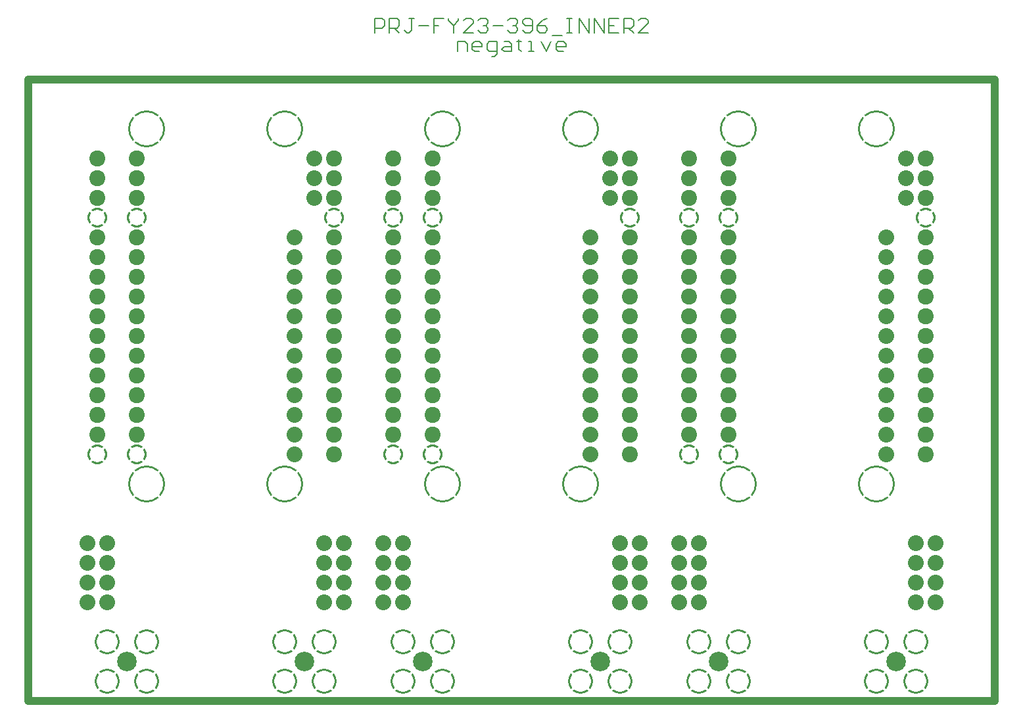
<source format=gbr>
%TF.GenerationSoftware,Altium Limited,Altium Designer,23.11.1 (41)*%
G04 Layer_Physical_Order=3*
G04 Layer_Color=128*
%FSLAX45Y45*%
%MOMM*%
%TF.SameCoordinates,5324538C-4B84-4F37-AFBE-1FD82F1EBFC5*%
%TF.FilePolarity,Negative*%
%TF.FileFunction,Copper,L3,Inr,Plane*%
%TF.Part,Single*%
G01*
G75*
%TA.AperFunction,NonConductor*%
%ADD13C,0.20320*%
%ADD20C,1.01600*%
%TA.AperFunction,ComponentPad*%
%ADD21C,2.03600*%
G04:AMPARAMS|DCode=22|XSize=4.775mm|YSize=4.775mm|CornerRadius=0mm|HoleSize=0mm|Usage=FLASHONLY|Rotation=0.000|XOffset=0mm|YOffset=0mm|HoleType=Round|Shape=Relief|Width=0.254mm|Gap=0.254mm|Entries=4|*
%AMTHD22*
7,0,0,4.77500,4.26700,0.25400,45*
%
%ADD22THD22*%
%ADD23C,2.05600*%
G04:AMPARAMS|DCode=24|XSize=2.564mm|YSize=2.564mm|CornerRadius=0mm|HoleSize=0mm|Usage=FLASHONLY|Rotation=0.000|XOffset=0mm|YOffset=0mm|HoleType=Round|Shape=Relief|Width=0.254mm|Gap=0.254mm|Entries=4|*
%AMTHD24*
7,0,0,2.56400,2.05600,0.25400,45*
%
%ADD24THD24*%
G04:AMPARAMS|DCode=25|XSize=3.224mm|YSize=3.224mm|CornerRadius=0mm|HoleSize=0mm|Usage=FLASHONLY|Rotation=0.000|XOffset=0mm|YOffset=0mm|HoleType=Round|Shape=Relief|Width=0.254mm|Gap=0.254mm|Entries=4|*
%AMTHD25*
7,0,0,3.22400,2.71600,0.25400,45*
%
%ADD25THD25*%
%ADD26C,2.51600*%
D13*
X5524726Y8361701D02*
Y8488659D01*
X5619945D01*
X5651684Y8456920D01*
Y8361701D01*
X5810383D02*
X5746904D01*
X5715164Y8393440D01*
Y8456920D01*
X5746904Y8488659D01*
X5810383D01*
X5842123Y8456920D01*
Y8425180D01*
X5715164D01*
X5969082Y8298221D02*
X6000822D01*
X6032561Y8329961D01*
Y8488659D01*
X5937342D01*
X5905603Y8456920D01*
Y8393440D01*
X5937342Y8361701D01*
X6032561D01*
X6127781Y8488659D02*
X6191260D01*
X6223000Y8456920D01*
Y8361701D01*
X6127781D01*
X6096041Y8393440D01*
X6127781Y8425180D01*
X6223000D01*
X6318220Y8520399D02*
Y8488659D01*
X6286480D01*
X6349959D01*
X6318220D01*
Y8393440D01*
X6349959Y8361701D01*
X6445178D02*
X6508658D01*
X6476918D01*
Y8488659D01*
X6445178D01*
X6603877D02*
X6667356Y8361701D01*
X6730836Y8488659D01*
X6889535Y8361701D02*
X6826055D01*
X6794316Y8393440D01*
Y8456920D01*
X6826055Y8488659D01*
X6889535D01*
X6921274Y8456920D01*
Y8425180D01*
X6794316D01*
X4461444Y8599831D02*
Y8790269D01*
X4556663D01*
X4588403Y8758529D01*
Y8695050D01*
X4556663Y8663310D01*
X4461444D01*
X4651882Y8599831D02*
Y8790269D01*
X4747102D01*
X4778841Y8758529D01*
Y8695050D01*
X4747102Y8663310D01*
X4651882D01*
X4715362D02*
X4778841Y8599831D01*
X4969280Y8790269D02*
X4905800D01*
X4937540D01*
Y8631570D01*
X4905800Y8599831D01*
X4874061D01*
X4842321Y8631570D01*
X5032759Y8695050D02*
X5159718D01*
X5350157Y8790269D02*
X5223198D01*
Y8695050D01*
X5286677D01*
X5223198D01*
Y8599831D01*
X5413636Y8790269D02*
Y8758529D01*
X5477116Y8695050D01*
X5540595Y8758529D01*
Y8790269D01*
X5477116Y8695050D02*
Y8599831D01*
X5731034D02*
X5604075D01*
X5731034Y8726790D01*
Y8758529D01*
X5699294Y8790269D01*
X5635815D01*
X5604075Y8758529D01*
X5794513D02*
X5826253Y8790269D01*
X5889733D01*
X5921472Y8758529D01*
Y8726790D01*
X5889733Y8695050D01*
X5857993D01*
X5889733D01*
X5921472Y8663310D01*
Y8631570D01*
X5889733Y8599831D01*
X5826253D01*
X5794513Y8631570D01*
X5984952Y8695050D02*
X6111911D01*
X6175390Y8758529D02*
X6207130Y8790269D01*
X6270610D01*
X6302349Y8758529D01*
Y8726790D01*
X6270610Y8695050D01*
X6238870D01*
X6270610D01*
X6302349Y8663310D01*
Y8631570D01*
X6270610Y8599831D01*
X6207130D01*
X6175390Y8631570D01*
X6365829D02*
X6397569Y8599831D01*
X6461048D01*
X6492788Y8631570D01*
Y8758529D01*
X6461048Y8790269D01*
X6397569D01*
X6365829Y8758529D01*
Y8726790D01*
X6397569Y8695050D01*
X6492788D01*
X6683226Y8790269D02*
X6619747Y8758529D01*
X6556268Y8695050D01*
Y8631570D01*
X6588007Y8599831D01*
X6651487D01*
X6683226Y8631570D01*
Y8663310D01*
X6651487Y8695050D01*
X6556268D01*
X6746706Y8568091D02*
X6873665D01*
X6937145Y8790269D02*
X7000624D01*
X6968884D01*
Y8599831D01*
X6937145D01*
X7000624D01*
X7095843D02*
Y8790269D01*
X7222802Y8599831D01*
Y8790269D01*
X7286282Y8599831D02*
Y8790269D01*
X7413241Y8599831D01*
Y8790269D01*
X7603679D02*
X7476720D01*
Y8599831D01*
X7603679D01*
X7476720Y8695050D02*
X7540200D01*
X7667159Y8599831D02*
Y8790269D01*
X7762378D01*
X7794118Y8758529D01*
Y8695050D01*
X7762378Y8663310D01*
X7667159D01*
X7730638D02*
X7794118Y8599831D01*
X7984556D02*
X7857597D01*
X7984556Y8726790D01*
Y8758529D01*
X7952817Y8790269D01*
X7889337D01*
X7857597Y8758529D01*
D20*
X0Y0D02*
Y8001000D01*
X12446000D01*
Y0D02*
Y8001000D01*
X0Y0D02*
X12446000D01*
D21*
X11430000Y2032000D02*
D03*
X11684000D02*
D03*
X11430000Y1778000D02*
D03*
X11684000D02*
D03*
X11430000Y1524000D02*
D03*
X11684000D02*
D03*
X11430000Y1270000D02*
D03*
X11684000D02*
D03*
X11303000Y6985000D02*
D03*
Y6731000D02*
D03*
Y6477000D02*
D03*
X11049000Y3175000D02*
D03*
Y3429000D02*
D03*
Y3683000D02*
D03*
Y3937000D02*
D03*
Y4191000D02*
D03*
Y4445000D02*
D03*
Y4699000D02*
D03*
Y4953000D02*
D03*
Y5207000D02*
D03*
Y5461000D02*
D03*
Y5715000D02*
D03*
Y5969000D02*
D03*
X762000Y2032000D02*
D03*
X1016000D02*
D03*
X762000Y1778000D02*
D03*
X1016000D02*
D03*
X762000Y1524000D02*
D03*
X1016000D02*
D03*
X762000Y1270000D02*
D03*
X1016000D02*
D03*
X4572000Y2032000D02*
D03*
X4826000D02*
D03*
X4572000Y1778000D02*
D03*
X4826000D02*
D03*
X4572000Y1524000D02*
D03*
X4826000D02*
D03*
X4572000Y1270000D02*
D03*
X4826000D02*
D03*
X8382000Y2032000D02*
D03*
X8636000D02*
D03*
X8382000Y1778000D02*
D03*
X8636000D02*
D03*
X8382000Y1524000D02*
D03*
X8636000D02*
D03*
X8382000Y1270000D02*
D03*
X8636000D02*
D03*
X3810000Y2032000D02*
D03*
X4064000D02*
D03*
X3810000Y1778000D02*
D03*
X4064000D02*
D03*
X3810000Y1524000D02*
D03*
X4064000D02*
D03*
X3810000Y1270000D02*
D03*
X4064000D02*
D03*
X7620000Y2032000D02*
D03*
X7874000D02*
D03*
X7620000Y1778000D02*
D03*
X7874000D02*
D03*
X7620000Y1524000D02*
D03*
X7874000D02*
D03*
X7620000Y1270000D02*
D03*
X7874000D02*
D03*
X3683000Y6985000D02*
D03*
Y6731000D02*
D03*
Y6477000D02*
D03*
X7493000Y6985000D02*
D03*
Y6731000D02*
D03*
Y6477000D02*
D03*
X3429000Y3175000D02*
D03*
Y3429000D02*
D03*
Y3683000D02*
D03*
Y3937000D02*
D03*
Y4191000D02*
D03*
Y4445000D02*
D03*
Y4699000D02*
D03*
Y4953000D02*
D03*
Y5207000D02*
D03*
Y5461000D02*
D03*
Y5715000D02*
D03*
Y5969000D02*
D03*
X7239000Y3175000D02*
D03*
Y3429000D02*
D03*
Y3683000D02*
D03*
Y3937000D02*
D03*
Y4191000D02*
D03*
Y4445000D02*
D03*
Y4699000D02*
D03*
Y4953000D02*
D03*
Y5207000D02*
D03*
Y5461000D02*
D03*
Y5715000D02*
D03*
Y5969000D02*
D03*
D22*
X10922000Y7366000D02*
D03*
X3302000Y2794000D02*
D03*
X7112000D02*
D03*
X10922000D02*
D03*
X1524000D02*
D03*
X5334000D02*
D03*
X9144000D02*
D03*
X1524000Y7366000D02*
D03*
X5334000D02*
D03*
X9144000D02*
D03*
X3302000D02*
D03*
X7112000D02*
D03*
D23*
X11557000Y3175000D02*
D03*
Y3429000D02*
D03*
Y3683000D02*
D03*
Y3937000D02*
D03*
Y4191000D02*
D03*
Y4445000D02*
D03*
Y4699000D02*
D03*
Y4953000D02*
D03*
Y5207000D02*
D03*
Y5461000D02*
D03*
Y5715000D02*
D03*
Y5969000D02*
D03*
Y6477000D02*
D03*
Y6731000D02*
D03*
Y6985000D02*
D03*
X889000Y3429000D02*
D03*
Y3683000D02*
D03*
Y3937000D02*
D03*
Y4191000D02*
D03*
Y4445000D02*
D03*
Y4699000D02*
D03*
Y4953000D02*
D03*
Y5207000D02*
D03*
Y5461000D02*
D03*
Y5715000D02*
D03*
Y5969000D02*
D03*
Y6477000D02*
D03*
Y6731000D02*
D03*
Y6985000D02*
D03*
X4699000Y3429000D02*
D03*
Y3683000D02*
D03*
Y3937000D02*
D03*
Y4191000D02*
D03*
Y4445000D02*
D03*
Y4699000D02*
D03*
Y4953000D02*
D03*
Y5207000D02*
D03*
Y5461000D02*
D03*
Y5715000D02*
D03*
Y5969000D02*
D03*
Y6477000D02*
D03*
Y6731000D02*
D03*
Y6985000D02*
D03*
X8509000Y3429000D02*
D03*
Y3683000D02*
D03*
Y3937000D02*
D03*
Y4191000D02*
D03*
Y4445000D02*
D03*
Y4699000D02*
D03*
Y4953000D02*
D03*
Y5207000D02*
D03*
Y5461000D02*
D03*
Y5715000D02*
D03*
Y5969000D02*
D03*
Y6477000D02*
D03*
Y6731000D02*
D03*
Y6985000D02*
D03*
X1397000Y3429000D02*
D03*
Y3683000D02*
D03*
Y3937000D02*
D03*
Y4191000D02*
D03*
Y4445000D02*
D03*
Y4699000D02*
D03*
Y4953000D02*
D03*
Y5207000D02*
D03*
Y5461000D02*
D03*
Y5715000D02*
D03*
Y5969000D02*
D03*
Y6477000D02*
D03*
Y6731000D02*
D03*
Y6985000D02*
D03*
X5207000Y3429000D02*
D03*
Y3683000D02*
D03*
Y3937000D02*
D03*
Y4191000D02*
D03*
Y4445000D02*
D03*
Y4699000D02*
D03*
Y4953000D02*
D03*
Y5207000D02*
D03*
Y5461000D02*
D03*
Y5715000D02*
D03*
Y5969000D02*
D03*
Y6477000D02*
D03*
Y6731000D02*
D03*
Y6985000D02*
D03*
X9017000Y3429000D02*
D03*
Y3683000D02*
D03*
Y3937000D02*
D03*
Y4191000D02*
D03*
Y4445000D02*
D03*
Y4699000D02*
D03*
Y4953000D02*
D03*
Y5207000D02*
D03*
Y5461000D02*
D03*
Y5715000D02*
D03*
Y5969000D02*
D03*
Y6477000D02*
D03*
Y6731000D02*
D03*
Y6985000D02*
D03*
X3937000Y3175000D02*
D03*
Y3429000D02*
D03*
Y3683000D02*
D03*
Y3937000D02*
D03*
Y4191000D02*
D03*
Y4445000D02*
D03*
Y4699000D02*
D03*
Y4953000D02*
D03*
Y5207000D02*
D03*
Y5461000D02*
D03*
Y5715000D02*
D03*
Y5969000D02*
D03*
Y6477000D02*
D03*
Y6731000D02*
D03*
Y6985000D02*
D03*
X7747000Y3175000D02*
D03*
Y3429000D02*
D03*
Y3683000D02*
D03*
Y3937000D02*
D03*
Y4191000D02*
D03*
Y4445000D02*
D03*
Y4699000D02*
D03*
Y4953000D02*
D03*
Y5207000D02*
D03*
Y5461000D02*
D03*
Y5715000D02*
D03*
Y5969000D02*
D03*
Y6477000D02*
D03*
Y6731000D02*
D03*
Y6985000D02*
D03*
D24*
X11557000Y6223000D02*
D03*
X889000Y3175000D02*
D03*
Y6223000D02*
D03*
X4699000Y3175000D02*
D03*
Y6223000D02*
D03*
X8509000Y3175000D02*
D03*
Y6223000D02*
D03*
X1397000Y3175000D02*
D03*
Y6223000D02*
D03*
X5207000Y3175000D02*
D03*
Y6223000D02*
D03*
X9017000Y3175000D02*
D03*
Y6223000D02*
D03*
X3937000D02*
D03*
X7747000Y6223000D02*
D03*
D25*
X11430000Y762000D02*
D03*
Y254000D02*
D03*
X10922000D02*
D03*
Y762000D02*
D03*
X1524000D02*
D03*
Y254000D02*
D03*
X1016000D02*
D03*
Y762000D02*
D03*
X5334000D02*
D03*
Y254000D02*
D03*
X4826000D02*
D03*
Y762000D02*
D03*
X9144000D02*
D03*
Y254000D02*
D03*
X8636000D02*
D03*
Y762000D02*
D03*
X3810000D02*
D03*
Y254000D02*
D03*
X3302000D02*
D03*
Y762000D02*
D03*
X7620000D02*
D03*
Y254000D02*
D03*
X7112000D02*
D03*
Y762000D02*
D03*
D26*
X11176000Y508000D02*
D03*
X1270000D02*
D03*
X5080000D02*
D03*
X8890000D02*
D03*
X3556000D02*
D03*
X7366000D02*
D03*
%TF.MD5,116e52dbb3ed498ebaa18c9c4cf52ad7*%
M02*

</source>
